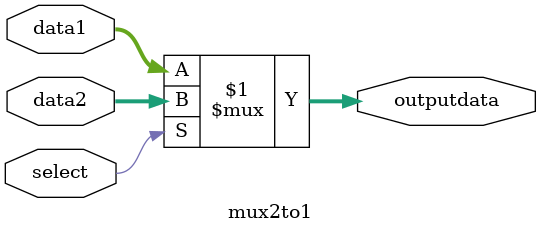
<source format=v>
module mux2to1 (
    input wire select,     
    input wire [31:0] data1,
	 input wire [31:0] data2,
    output wire [31:0] outputdata 
);

assign outputdata = (select) ? data2 : data1;

endmodule
</source>
